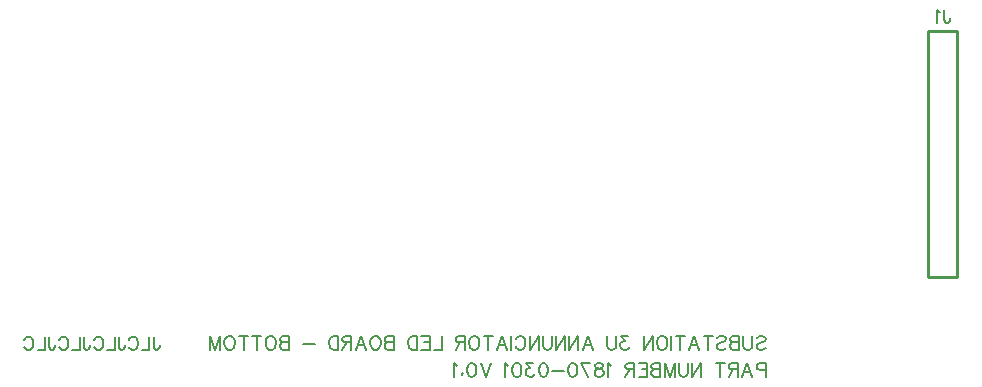
<source format=gbo>
G04 Layer: BottomSilkscreenLayer*
G04 EasyEDA v6.5.34, 2023-08-22 01:37:47*
G04 38117919441e4a75b8342165e9f31c87,5a6b42c53f6a479593ecc07194224c93,10*
G04 Gerber Generator version 0.2*
G04 Scale: 100 percent, Rotated: No, Reflected: No *
G04 Dimensions in millimeters *
G04 leading zeros omitted , absolute positions ,4 integer and 5 decimal *
%FSLAX45Y45*%
%MOMM*%

%ADD10C,0.2032*%
%ADD11C,0.1520*%
%ADD12C,0.1524*%
%ADD13C,0.2540*%

%LPD*%
D10*
X43967323Y451289D02*
G01*
X43967323Y336745D01*
X43967323Y451289D02*
G01*
X43918233Y451289D01*
X43901870Y445836D01*
X43896414Y440382D01*
X43890961Y429473D01*
X43890961Y413108D01*
X43896414Y402199D01*
X43901870Y396745D01*
X43918233Y391289D01*
X43967323Y391289D01*
X43811324Y451289D02*
G01*
X43854959Y336745D01*
X43811324Y451289D02*
G01*
X43767687Y336745D01*
X43838596Y374926D02*
G01*
X43784052Y374926D01*
X43731688Y451289D02*
G01*
X43731688Y336745D01*
X43731688Y451289D02*
G01*
X43682597Y451289D01*
X43666234Y445836D01*
X43660778Y440382D01*
X43655324Y429473D01*
X43655324Y418564D01*
X43660778Y407654D01*
X43666234Y402199D01*
X43682597Y396745D01*
X43731688Y396745D01*
X43693506Y396745D02*
G01*
X43655324Y336745D01*
X43581142Y451289D02*
G01*
X43581142Y336745D01*
X43619323Y451289D02*
G01*
X43542960Y451289D01*
X43422961Y451289D02*
G01*
X43422961Y336745D01*
X43422961Y451289D02*
G01*
X43346598Y336745D01*
X43346598Y451289D02*
G01*
X43346598Y336745D01*
X43310596Y451289D02*
G01*
X43310596Y369473D01*
X43305143Y353108D01*
X43294233Y342199D01*
X43277871Y336745D01*
X43266961Y336745D01*
X43250596Y342199D01*
X43239690Y353108D01*
X43234234Y369473D01*
X43234234Y451289D01*
X43198234Y451289D02*
G01*
X43198234Y336745D01*
X43198234Y451289D02*
G01*
X43154597Y336745D01*
X43110962Y451289D02*
G01*
X43154597Y336745D01*
X43110962Y451289D02*
G01*
X43110962Y336745D01*
X43074960Y451289D02*
G01*
X43074960Y336745D01*
X43074960Y451289D02*
G01*
X43025870Y451289D01*
X43009507Y445836D01*
X43004054Y440382D01*
X42998598Y429473D01*
X42998598Y418564D01*
X43004054Y407654D01*
X43009507Y402199D01*
X43025870Y396745D01*
X43074960Y396745D02*
G01*
X43025870Y396745D01*
X43009507Y391289D01*
X43004054Y385836D01*
X42998598Y374926D01*
X42998598Y358564D01*
X43004054Y347654D01*
X43009507Y342199D01*
X43025870Y336745D01*
X43074960Y336745D01*
X42962598Y451289D02*
G01*
X42962598Y336745D01*
X42962598Y451289D02*
G01*
X42891689Y451289D01*
X42962598Y396745D02*
G01*
X42918961Y396745D01*
X42962598Y336745D02*
G01*
X42891689Y336745D01*
X42855690Y451289D02*
G01*
X42855690Y336745D01*
X42855690Y451289D02*
G01*
X42806599Y451289D01*
X42790234Y445836D01*
X42784781Y440382D01*
X42779325Y429473D01*
X42779325Y418564D01*
X42784781Y407654D01*
X42790234Y402199D01*
X42806599Y396745D01*
X42855690Y396745D01*
X42817508Y396745D02*
G01*
X42779325Y336745D01*
X42659325Y429473D02*
G01*
X42648416Y434926D01*
X42632053Y451289D01*
X42632053Y336745D01*
X42568782Y451289D02*
G01*
X42585144Y445836D01*
X42590598Y434926D01*
X42590598Y424017D01*
X42585144Y413108D01*
X42574235Y407654D01*
X42552416Y402199D01*
X42536054Y396745D01*
X42525144Y385836D01*
X42519691Y374926D01*
X42519691Y358564D01*
X42525144Y347654D01*
X42530598Y342199D01*
X42546963Y336745D01*
X42568782Y336745D01*
X42585144Y342199D01*
X42590598Y347654D01*
X42596054Y358564D01*
X42596054Y374926D01*
X42590598Y385836D01*
X42579691Y396745D01*
X42563326Y402199D01*
X42541507Y407654D01*
X42530598Y413108D01*
X42525144Y424017D01*
X42525144Y434926D01*
X42530598Y445836D01*
X42546963Y451289D01*
X42568782Y451289D01*
X42407326Y451289D02*
G01*
X42461873Y336745D01*
X42483689Y451289D02*
G01*
X42407326Y451289D01*
X42338599Y451289D02*
G01*
X42354962Y445836D01*
X42365871Y429473D01*
X42371327Y402199D01*
X42371327Y385836D01*
X42365871Y358564D01*
X42354962Y342199D01*
X42338599Y336745D01*
X42327690Y336745D01*
X42311327Y342199D01*
X42300418Y358564D01*
X42294962Y385836D01*
X42294962Y402199D01*
X42300418Y429473D01*
X42311327Y445836D01*
X42327690Y451289D01*
X42338599Y451289D01*
X42258962Y385836D02*
G01*
X42160781Y385836D01*
X42092054Y451289D02*
G01*
X42108417Y445836D01*
X42119326Y429473D01*
X42124782Y402199D01*
X42124782Y385836D01*
X42119326Y358564D01*
X42108417Y342199D01*
X42092054Y336745D01*
X42081145Y336745D01*
X42064782Y342199D01*
X42053873Y358564D01*
X42048417Y385836D01*
X42048417Y402199D01*
X42053873Y429473D01*
X42064782Y445836D01*
X42081145Y451289D01*
X42092054Y451289D01*
X42001508Y451289D02*
G01*
X41941508Y451289D01*
X41974236Y407654D01*
X41957873Y407654D01*
X41946964Y402199D01*
X41941508Y396745D01*
X41936055Y380382D01*
X41936055Y369473D01*
X41941508Y353108D01*
X41952418Y342199D01*
X41968783Y336745D01*
X41985145Y336745D01*
X42001508Y342199D01*
X42006964Y347654D01*
X42012417Y358564D01*
X41867327Y451289D02*
G01*
X41883690Y445836D01*
X41894599Y429473D01*
X41900055Y402199D01*
X41900055Y385836D01*
X41894599Y358564D01*
X41883690Y342199D01*
X41867327Y336745D01*
X41856418Y336745D01*
X41840056Y342199D01*
X41829146Y358564D01*
X41823690Y385836D01*
X41823690Y402199D01*
X41829146Y429473D01*
X41840056Y445836D01*
X41856418Y451289D01*
X41867327Y451289D01*
X41787691Y429473D02*
G01*
X41776782Y434926D01*
X41760419Y451289D01*
X41760419Y336745D01*
X41640419Y451289D02*
G01*
X41596782Y336745D01*
X41553147Y451289D02*
G01*
X41596782Y336745D01*
X41484420Y451289D02*
G01*
X41500783Y445836D01*
X41511692Y429473D01*
X41517145Y402199D01*
X41517145Y385836D01*
X41511692Y358564D01*
X41500783Y342199D01*
X41484420Y336745D01*
X41473511Y336745D01*
X41457145Y342199D01*
X41446239Y358564D01*
X41440783Y385836D01*
X41440783Y402199D01*
X41446239Y429473D01*
X41457145Y445836D01*
X41473511Y451289D01*
X41484420Y451289D01*
X41399327Y364017D02*
G01*
X41404783Y358564D01*
X41399327Y353108D01*
X41393874Y358564D01*
X41399327Y364017D01*
X41357875Y429473D02*
G01*
X41346965Y434926D01*
X41330600Y451289D01*
X41330600Y336745D01*
X43890961Y663526D02*
G01*
X43901870Y674436D01*
X43918233Y679889D01*
X43940051Y679889D01*
X43956414Y674436D01*
X43967323Y663526D01*
X43967323Y652617D01*
X43961870Y641708D01*
X43956414Y636254D01*
X43945505Y630799D01*
X43912777Y619889D01*
X43901870Y614436D01*
X43896414Y608982D01*
X43890961Y598073D01*
X43890961Y581708D01*
X43901870Y570799D01*
X43918233Y565345D01*
X43940051Y565345D01*
X43956414Y570799D01*
X43967323Y581708D01*
X43854959Y679889D02*
G01*
X43854959Y598073D01*
X43849505Y581708D01*
X43838596Y570799D01*
X43822233Y565345D01*
X43811324Y565345D01*
X43794959Y570799D01*
X43784052Y581708D01*
X43778596Y598073D01*
X43778596Y679889D01*
X43742597Y679889D02*
G01*
X43742597Y565345D01*
X43742597Y679889D02*
G01*
X43693506Y679889D01*
X43677141Y674436D01*
X43671688Y668982D01*
X43666234Y658073D01*
X43666234Y647164D01*
X43671688Y636254D01*
X43677141Y630799D01*
X43693506Y625345D01*
X43742597Y625345D02*
G01*
X43693506Y625345D01*
X43677141Y619889D01*
X43671688Y614436D01*
X43666234Y603526D01*
X43666234Y587164D01*
X43671688Y576254D01*
X43677141Y570799D01*
X43693506Y565345D01*
X43742597Y565345D01*
X43553870Y663526D02*
G01*
X43564779Y674436D01*
X43581142Y679889D01*
X43602960Y679889D01*
X43619323Y674436D01*
X43630232Y663526D01*
X43630232Y652617D01*
X43624779Y641708D01*
X43619323Y636254D01*
X43608414Y630799D01*
X43575688Y619889D01*
X43564779Y614436D01*
X43559323Y608982D01*
X43553870Y598073D01*
X43553870Y581708D01*
X43564779Y570799D01*
X43581142Y565345D01*
X43602960Y565345D01*
X43619323Y570799D01*
X43630232Y581708D01*
X43479689Y679889D02*
G01*
X43479689Y565345D01*
X43517870Y679889D02*
G01*
X43441505Y679889D01*
X43361871Y679889D02*
G01*
X43405506Y565345D01*
X43361871Y679889D02*
G01*
X43318234Y565345D01*
X43389143Y603526D02*
G01*
X43334597Y603526D01*
X43244053Y679889D02*
G01*
X43244053Y565345D01*
X43282234Y679889D02*
G01*
X43205869Y679889D01*
X43169870Y679889D02*
G01*
X43169870Y565345D01*
X43101143Y679889D02*
G01*
X43112052Y674436D01*
X43122961Y663526D01*
X43128415Y652617D01*
X43133871Y636254D01*
X43133871Y608982D01*
X43128415Y592617D01*
X43122961Y581708D01*
X43112052Y570799D01*
X43101143Y565345D01*
X43079324Y565345D01*
X43068415Y570799D01*
X43057508Y581708D01*
X43052052Y592617D01*
X43046599Y608982D01*
X43046599Y636254D01*
X43052052Y652617D01*
X43057508Y663526D01*
X43068415Y674436D01*
X43079324Y679889D01*
X43101143Y679889D01*
X43010597Y679889D02*
G01*
X43010597Y565345D01*
X43010597Y679889D02*
G01*
X42934234Y565345D01*
X42934234Y679889D02*
G01*
X42934234Y565345D01*
X42803325Y679889D02*
G01*
X42743325Y679889D01*
X42776053Y636254D01*
X42759690Y636254D01*
X42748781Y630799D01*
X42743325Y625345D01*
X42737872Y608982D01*
X42737872Y598073D01*
X42743325Y581708D01*
X42754235Y570799D01*
X42770597Y565345D01*
X42786962Y565345D01*
X42803325Y570799D01*
X42808781Y576254D01*
X42814234Y587164D01*
X42701872Y679889D02*
G01*
X42701872Y598073D01*
X42696417Y581708D01*
X42685507Y570799D01*
X42669145Y565345D01*
X42658235Y565345D01*
X42641873Y570799D01*
X42630963Y581708D01*
X42625507Y598073D01*
X42625507Y679889D01*
X42461873Y679889D02*
G01*
X42505508Y565345D01*
X42461873Y679889D02*
G01*
X42418236Y565345D01*
X42489145Y603526D02*
G01*
X42434598Y603526D01*
X42382236Y679889D02*
G01*
X42382236Y565345D01*
X42382236Y679889D02*
G01*
X42305871Y565345D01*
X42305871Y679889D02*
G01*
X42305871Y565345D01*
X42269872Y679889D02*
G01*
X42269872Y565345D01*
X42269872Y679889D02*
G01*
X42193509Y565345D01*
X42193509Y679889D02*
G01*
X42193509Y565345D01*
X42157510Y679889D02*
G01*
X42157510Y598073D01*
X42152054Y581708D01*
X42141145Y570799D01*
X42124782Y565345D01*
X42113873Y565345D01*
X42097510Y570799D01*
X42086601Y581708D01*
X42081145Y598073D01*
X42081145Y679889D01*
X42045145Y679889D02*
G01*
X42045145Y565345D01*
X42045145Y679889D02*
G01*
X41968783Y565345D01*
X41968783Y679889D02*
G01*
X41968783Y565345D01*
X41850965Y652617D02*
G01*
X41856418Y663526D01*
X41867327Y674436D01*
X41878237Y679889D01*
X41900055Y679889D01*
X41910965Y674436D01*
X41921874Y663526D01*
X41927327Y652617D01*
X41932781Y636254D01*
X41932781Y608982D01*
X41927327Y592617D01*
X41921874Y581708D01*
X41910965Y570799D01*
X41900055Y565345D01*
X41878237Y565345D01*
X41867327Y570799D01*
X41856418Y581708D01*
X41850965Y592617D01*
X41814963Y679889D02*
G01*
X41814963Y565345D01*
X41735329Y679889D02*
G01*
X41778963Y565345D01*
X41735329Y679889D02*
G01*
X41691692Y565345D01*
X41762601Y603526D02*
G01*
X41708054Y603526D01*
X41617511Y679889D02*
G01*
X41617511Y565345D01*
X41655692Y679889D02*
G01*
X41579327Y679889D01*
X41510600Y679889D02*
G01*
X41521509Y674436D01*
X41532418Y663526D01*
X41537874Y652617D01*
X41543328Y636254D01*
X41543328Y608982D01*
X41537874Y592617D01*
X41532418Y581708D01*
X41521509Y570799D01*
X41510600Y565345D01*
X41488784Y565345D01*
X41477874Y570799D01*
X41466965Y581708D01*
X41461509Y592617D01*
X41456056Y608982D01*
X41456056Y636254D01*
X41461509Y652617D01*
X41466965Y663526D01*
X41477874Y674436D01*
X41488784Y679889D01*
X41510600Y679889D01*
X41420056Y679889D02*
G01*
X41420056Y565345D01*
X41420056Y679889D02*
G01*
X41370966Y679889D01*
X41354601Y674436D01*
X41349147Y668982D01*
X41343691Y658073D01*
X41343691Y647164D01*
X41349147Y636254D01*
X41354601Y630799D01*
X41370966Y625345D01*
X41420056Y625345D01*
X41381875Y625345D02*
G01*
X41343691Y565345D01*
X41223691Y679889D02*
G01*
X41223691Y565345D01*
X41223691Y565345D02*
G01*
X41158238Y565345D01*
X41122239Y679889D02*
G01*
X41122239Y565345D01*
X41122239Y679889D02*
G01*
X41051330Y679889D01*
X41122239Y625345D02*
G01*
X41078602Y625345D01*
X41122239Y565345D02*
G01*
X41051330Y565345D01*
X41015330Y679889D02*
G01*
X41015330Y565345D01*
X41015330Y679889D02*
G01*
X40977146Y679889D01*
X40960784Y674436D01*
X40949874Y663526D01*
X40944421Y652617D01*
X40938965Y636254D01*
X40938965Y608982D01*
X40944421Y592617D01*
X40949874Y581708D01*
X40960784Y570799D01*
X40977146Y565345D01*
X41015330Y565345D01*
X40818965Y679889D02*
G01*
X40818965Y565345D01*
X40818965Y679889D02*
G01*
X40769875Y679889D01*
X40753512Y674436D01*
X40748056Y668982D01*
X40742603Y658073D01*
X40742603Y647164D01*
X40748056Y636254D01*
X40753512Y630799D01*
X40769875Y625345D01*
X40818965Y625345D02*
G01*
X40769875Y625345D01*
X40753512Y619889D01*
X40748056Y614436D01*
X40742603Y603526D01*
X40742603Y587164D01*
X40748056Y576254D01*
X40753512Y570799D01*
X40769875Y565345D01*
X40818965Y565345D01*
X40673875Y679889D02*
G01*
X40684785Y674436D01*
X40695694Y663526D01*
X40701147Y652617D01*
X40706603Y636254D01*
X40706603Y608982D01*
X40701147Y592617D01*
X40695694Y581708D01*
X40684785Y570799D01*
X40673875Y565345D01*
X40652057Y565345D01*
X40641148Y570799D01*
X40630238Y581708D01*
X40624785Y592617D01*
X40619329Y608982D01*
X40619329Y636254D01*
X40624785Y652617D01*
X40630238Y663526D01*
X40641148Y674436D01*
X40652057Y679889D01*
X40673875Y679889D01*
X40539695Y679889D02*
G01*
X40583330Y565345D01*
X40539695Y679889D02*
G01*
X40496058Y565345D01*
X40566967Y603526D02*
G01*
X40512420Y603526D01*
X40460058Y679889D02*
G01*
X40460058Y565345D01*
X40460058Y679889D02*
G01*
X40410968Y679889D01*
X40394602Y674436D01*
X40389149Y668982D01*
X40383693Y658073D01*
X40383693Y647164D01*
X40389149Y636254D01*
X40394602Y630799D01*
X40410968Y625345D01*
X40460058Y625345D01*
X40421877Y625345D02*
G01*
X40383693Y565345D01*
X40347694Y679889D02*
G01*
X40347694Y565345D01*
X40347694Y679889D02*
G01*
X40309512Y679889D01*
X40293150Y674436D01*
X40282241Y663526D01*
X40276785Y652617D01*
X40271331Y636254D01*
X40271331Y608982D01*
X40276785Y592617D01*
X40282241Y581708D01*
X40293150Y570799D01*
X40309512Y565345D01*
X40347694Y565345D01*
X40151331Y614436D02*
G01*
X40053150Y614436D01*
X39933151Y679889D02*
G01*
X39933151Y565345D01*
X39933151Y679889D02*
G01*
X39884060Y679889D01*
X39867695Y674436D01*
X39862241Y668982D01*
X39856785Y658073D01*
X39856785Y647164D01*
X39862241Y636254D01*
X39867695Y630799D01*
X39884060Y625345D01*
X39933151Y625345D02*
G01*
X39884060Y625345D01*
X39867695Y619889D01*
X39862241Y614436D01*
X39856785Y603526D01*
X39856785Y587164D01*
X39862241Y576254D01*
X39867695Y570799D01*
X39884060Y565345D01*
X39933151Y565345D01*
X39788058Y679889D02*
G01*
X39798967Y674436D01*
X39809877Y663526D01*
X39815333Y652617D01*
X39820786Y636254D01*
X39820786Y608982D01*
X39815333Y592617D01*
X39809877Y581708D01*
X39798967Y570799D01*
X39788058Y565345D01*
X39766242Y565345D01*
X39755333Y570799D01*
X39744423Y581708D01*
X39738968Y592617D01*
X39733514Y608982D01*
X39733514Y636254D01*
X39738968Y652617D01*
X39744423Y663526D01*
X39755333Y674436D01*
X39766242Y679889D01*
X39788058Y679889D01*
X39659331Y679889D02*
G01*
X39659331Y565345D01*
X39697515Y679889D02*
G01*
X39621150Y679889D01*
X39546969Y679889D02*
G01*
X39546969Y565345D01*
X39585150Y679889D02*
G01*
X39508788Y679889D01*
X39440060Y679889D02*
G01*
X39450970Y674436D01*
X39461879Y663526D01*
X39467332Y652617D01*
X39472786Y636254D01*
X39472786Y608982D01*
X39467332Y592617D01*
X39461879Y581708D01*
X39450970Y570799D01*
X39440060Y565345D01*
X39418242Y565345D01*
X39407332Y570799D01*
X39396423Y581708D01*
X39390970Y592617D01*
X39385514Y608982D01*
X39385514Y636254D01*
X39390970Y652617D01*
X39396423Y663526D01*
X39407332Y674436D01*
X39418242Y679889D01*
X39440060Y679889D01*
X39349514Y679889D02*
G01*
X39349514Y565345D01*
X39349514Y679889D02*
G01*
X39305877Y565345D01*
X39262243Y679889D02*
G01*
X39305877Y565345D01*
X39262243Y679889D02*
G01*
X39262243Y565345D01*
D11*
X38784580Y674146D02*
G01*
X38784580Y591019D01*
X38789777Y575431D01*
X38794971Y570237D01*
X38805363Y565043D01*
X38815754Y565043D01*
X38826145Y570237D01*
X38831342Y575431D01*
X38836536Y591019D01*
X38836536Y601411D01*
X38750290Y674146D02*
G01*
X38750290Y565043D01*
X38750290Y565043D02*
G01*
X38687946Y565043D01*
X38575724Y648169D02*
G01*
X38580921Y658561D01*
X38591312Y668952D01*
X38601700Y674146D01*
X38622483Y674146D01*
X38632874Y668952D01*
X38643265Y658561D01*
X38648462Y648169D01*
X38653656Y632581D01*
X38653656Y606605D01*
X38648462Y591019D01*
X38643265Y580628D01*
X38632874Y570237D01*
X38622483Y565043D01*
X38601700Y565043D01*
X38591312Y570237D01*
X38580921Y580628D01*
X38575724Y591019D01*
X38489481Y674146D02*
G01*
X38489481Y591019D01*
X38494675Y575431D01*
X38499872Y570237D01*
X38510260Y565043D01*
X38520651Y565043D01*
X38531043Y570237D01*
X38536239Y575431D01*
X38541434Y591019D01*
X38541434Y601411D01*
X38455191Y674146D02*
G01*
X38455191Y565043D01*
X38455191Y565043D02*
G01*
X38392844Y565043D01*
X38280621Y648169D02*
G01*
X38285818Y658561D01*
X38296209Y668952D01*
X38306601Y674146D01*
X38327380Y674146D01*
X38337771Y668952D01*
X38348163Y658561D01*
X38353359Y648169D01*
X38358554Y632581D01*
X38358554Y606605D01*
X38353359Y591019D01*
X38348163Y580628D01*
X38337771Y570237D01*
X38327380Y565043D01*
X38306601Y565043D01*
X38296209Y570237D01*
X38285818Y580628D01*
X38280621Y591019D01*
X38194378Y674146D02*
G01*
X38194378Y591019D01*
X38199573Y575431D01*
X38204769Y570237D01*
X38215161Y565043D01*
X38225552Y565043D01*
X38235940Y570237D01*
X38241137Y575431D01*
X38246331Y591019D01*
X38246331Y601411D01*
X38160088Y674146D02*
G01*
X38160088Y565043D01*
X38160088Y565043D02*
G01*
X38097741Y565043D01*
X37985522Y648169D02*
G01*
X37990716Y658561D01*
X38001107Y668952D01*
X38011498Y674146D01*
X38032281Y674146D01*
X38042672Y668952D01*
X38053060Y658561D01*
X38058257Y648169D01*
X38063451Y632581D01*
X38063451Y606605D01*
X38058257Y591019D01*
X38053060Y580628D01*
X38042672Y570237D01*
X38032281Y565043D01*
X38011498Y565043D01*
X38001107Y570237D01*
X37990716Y580628D01*
X37985522Y591019D01*
X37899276Y674146D02*
G01*
X37899276Y591019D01*
X37904470Y575431D01*
X37909667Y570237D01*
X37920058Y565043D01*
X37930449Y565043D01*
X37940841Y570237D01*
X37946035Y575431D01*
X37951232Y591019D01*
X37951232Y601411D01*
X37864986Y674146D02*
G01*
X37864986Y565043D01*
X37864986Y565043D02*
G01*
X37802642Y565043D01*
X37690419Y648169D02*
G01*
X37695614Y658561D01*
X37706005Y668952D01*
X37716396Y674146D01*
X37737178Y674146D01*
X37747569Y668952D01*
X37757961Y658561D01*
X37763155Y648169D01*
X37768352Y632581D01*
X37768352Y606605D01*
X37763155Y591019D01*
X37757961Y580628D01*
X37747569Y570237D01*
X37737178Y565043D01*
X37716396Y565043D01*
X37706005Y570237D01*
X37695614Y580628D01*
X37690419Y591019D01*
D12*
X45477554Y3442733D02*
G01*
X45477554Y3359607D01*
X45482751Y3344019D01*
X45487945Y3338824D01*
X45498336Y3333630D01*
X45508727Y3333630D01*
X45519119Y3338824D01*
X45524315Y3344019D01*
X45529510Y3359607D01*
X45529510Y3369998D01*
X45443264Y3421951D02*
G01*
X45432875Y3427148D01*
X45417287Y3442733D01*
X45417287Y3333630D01*
D13*
X45344013Y1181498D02*
G01*
X45588006Y1181496D01*
X45588006Y1181498D02*
G01*
X45588006Y3263493D01*
X45588006Y3263491D02*
G01*
X45344013Y3263493D01*
X45344013Y3263493D02*
G01*
X45344013Y1181498D01*
M02*

</source>
